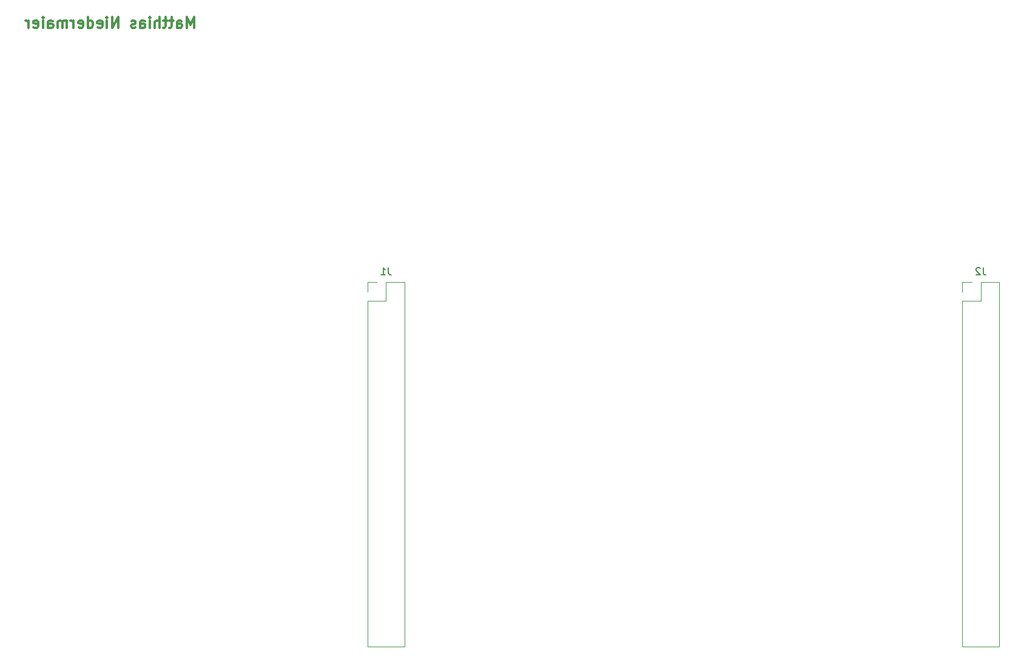
<source format=gbr>
G04 #@! TF.GenerationSoftware,KiCad,Pcbnew,5.0.2-bee76a0~70~ubuntu18.04.1*
G04 #@! TF.CreationDate,2019-05-15T21:37:27+02:00*
G04 #@! TF.ProjectId,networkScanner,6e657477-6f72-46b5-9363-616e6e65722e,rev?*
G04 #@! TF.SameCoordinates,Original*
G04 #@! TF.FileFunction,Legend,Bot*
G04 #@! TF.FilePolarity,Positive*
%FSLAX46Y46*%
G04 Gerber Fmt 4.6, Leading zero omitted, Abs format (unit mm)*
G04 Created by KiCad (PCBNEW 5.0.2-bee76a0~70~ubuntu18.04.1) date Mi 15 Mai 2019 21:37:27 CEST*
%MOMM*%
%LPD*%
G01*
G04 APERTURE LIST*
%ADD10C,0.300000*%
%ADD11C,0.120000*%
%ADD12C,0.150000*%
G04 APERTURE END LIST*
D10*
X84447857Y-58178571D02*
X84447857Y-56678571D01*
X83947857Y-57750000D01*
X83447857Y-56678571D01*
X83447857Y-58178571D01*
X82090714Y-58178571D02*
X82090714Y-57392857D01*
X82162142Y-57250000D01*
X82305000Y-57178571D01*
X82590714Y-57178571D01*
X82733571Y-57250000D01*
X82090714Y-58107142D02*
X82233571Y-58178571D01*
X82590714Y-58178571D01*
X82733571Y-58107142D01*
X82805000Y-57964285D01*
X82805000Y-57821428D01*
X82733571Y-57678571D01*
X82590714Y-57607142D01*
X82233571Y-57607142D01*
X82090714Y-57535714D01*
X81590714Y-57178571D02*
X81019285Y-57178571D01*
X81376428Y-56678571D02*
X81376428Y-57964285D01*
X81305000Y-58107142D01*
X81162142Y-58178571D01*
X81019285Y-58178571D01*
X80733571Y-57178571D02*
X80162142Y-57178571D01*
X80519285Y-56678571D02*
X80519285Y-57964285D01*
X80447857Y-58107142D01*
X80305000Y-58178571D01*
X80162142Y-58178571D01*
X79662142Y-58178571D02*
X79662142Y-56678571D01*
X79019285Y-58178571D02*
X79019285Y-57392857D01*
X79090714Y-57250000D01*
X79233571Y-57178571D01*
X79447857Y-57178571D01*
X79590714Y-57250000D01*
X79662142Y-57321428D01*
X78305000Y-58178571D02*
X78305000Y-57178571D01*
X78305000Y-56678571D02*
X78376428Y-56750000D01*
X78305000Y-56821428D01*
X78233571Y-56750000D01*
X78305000Y-56678571D01*
X78305000Y-56821428D01*
X76947857Y-58178571D02*
X76947857Y-57392857D01*
X77019285Y-57250000D01*
X77162142Y-57178571D01*
X77447857Y-57178571D01*
X77590714Y-57250000D01*
X76947857Y-58107142D02*
X77090714Y-58178571D01*
X77447857Y-58178571D01*
X77590714Y-58107142D01*
X77662142Y-57964285D01*
X77662142Y-57821428D01*
X77590714Y-57678571D01*
X77447857Y-57607142D01*
X77090714Y-57607142D01*
X76947857Y-57535714D01*
X76305000Y-58107142D02*
X76162142Y-58178571D01*
X75876428Y-58178571D01*
X75733571Y-58107142D01*
X75662142Y-57964285D01*
X75662142Y-57892857D01*
X75733571Y-57750000D01*
X75876428Y-57678571D01*
X76090714Y-57678571D01*
X76233571Y-57607142D01*
X76305000Y-57464285D01*
X76305000Y-57392857D01*
X76233571Y-57250000D01*
X76090714Y-57178571D01*
X75876428Y-57178571D01*
X75733571Y-57250000D01*
X73876428Y-58178571D02*
X73876428Y-56678571D01*
X73019285Y-58178571D01*
X73019285Y-56678571D01*
X72305000Y-58178571D02*
X72305000Y-57178571D01*
X72305000Y-56678571D02*
X72376428Y-56750000D01*
X72305000Y-56821428D01*
X72233571Y-56750000D01*
X72305000Y-56678571D01*
X72305000Y-56821428D01*
X71019285Y-58107142D02*
X71162142Y-58178571D01*
X71447857Y-58178571D01*
X71590714Y-58107142D01*
X71662142Y-57964285D01*
X71662142Y-57392857D01*
X71590714Y-57250000D01*
X71447857Y-57178571D01*
X71162142Y-57178571D01*
X71019285Y-57250000D01*
X70947857Y-57392857D01*
X70947857Y-57535714D01*
X71662142Y-57678571D01*
X69662142Y-58178571D02*
X69662142Y-56678571D01*
X69662142Y-58107142D02*
X69805000Y-58178571D01*
X70090714Y-58178571D01*
X70233571Y-58107142D01*
X70305000Y-58035714D01*
X70376428Y-57892857D01*
X70376428Y-57464285D01*
X70305000Y-57321428D01*
X70233571Y-57250000D01*
X70090714Y-57178571D01*
X69805000Y-57178571D01*
X69662142Y-57250000D01*
X68376428Y-58107142D02*
X68519285Y-58178571D01*
X68805000Y-58178571D01*
X68947857Y-58107142D01*
X69019285Y-57964285D01*
X69019285Y-57392857D01*
X68947857Y-57250000D01*
X68805000Y-57178571D01*
X68519285Y-57178571D01*
X68376428Y-57250000D01*
X68305000Y-57392857D01*
X68305000Y-57535714D01*
X69019285Y-57678571D01*
X67662142Y-58178571D02*
X67662142Y-57178571D01*
X67662142Y-57464285D02*
X67590714Y-57321428D01*
X67519285Y-57250000D01*
X67376428Y-57178571D01*
X67233571Y-57178571D01*
X66733571Y-58178571D02*
X66733571Y-57178571D01*
X66733571Y-57321428D02*
X66662142Y-57250000D01*
X66519285Y-57178571D01*
X66305000Y-57178571D01*
X66162142Y-57250000D01*
X66090714Y-57392857D01*
X66090714Y-58178571D01*
X66090714Y-57392857D02*
X66019285Y-57250000D01*
X65876428Y-57178571D01*
X65662142Y-57178571D01*
X65519285Y-57250000D01*
X65447857Y-57392857D01*
X65447857Y-58178571D01*
X64090714Y-58178571D02*
X64090714Y-57392857D01*
X64162142Y-57250000D01*
X64305000Y-57178571D01*
X64590714Y-57178571D01*
X64733571Y-57250000D01*
X64090714Y-58107142D02*
X64233571Y-58178571D01*
X64590714Y-58178571D01*
X64733571Y-58107142D01*
X64805000Y-57964285D01*
X64805000Y-57821428D01*
X64733571Y-57678571D01*
X64590714Y-57607142D01*
X64233571Y-57607142D01*
X64090714Y-57535714D01*
X63376428Y-58178571D02*
X63376428Y-57178571D01*
X63376428Y-56678571D02*
X63447857Y-56750000D01*
X63376428Y-56821428D01*
X63305000Y-56750000D01*
X63376428Y-56678571D01*
X63376428Y-56821428D01*
X62090714Y-58107142D02*
X62233571Y-58178571D01*
X62519285Y-58178571D01*
X62662142Y-58107142D01*
X62733571Y-57964285D01*
X62733571Y-57392857D01*
X62662142Y-57250000D01*
X62519285Y-57178571D01*
X62233571Y-57178571D01*
X62090714Y-57250000D01*
X62019285Y-57392857D01*
X62019285Y-57535714D01*
X62733571Y-57678571D01*
X61376428Y-58178571D02*
X61376428Y-57178571D01*
X61376428Y-57464285D02*
X61305000Y-57321428D01*
X61233571Y-57250000D01*
X61090714Y-57178571D01*
X60947857Y-57178571D01*
D11*
G04 #@! TO.C,J1*
X113870000Y-93670000D02*
X111270000Y-93670000D01*
X113870000Y-93670000D02*
X113870000Y-144590000D01*
X113870000Y-144590000D02*
X108670000Y-144590000D01*
X108670000Y-96270000D02*
X108670000Y-144590000D01*
X111270000Y-96270000D02*
X108670000Y-96270000D01*
X111270000Y-93670000D02*
X111270000Y-96270000D01*
X108670000Y-93670000D02*
X108670000Y-95000000D01*
X110000000Y-93670000D02*
X108670000Y-93670000D01*
G04 #@! TO.C,J2*
X193000000Y-93670000D02*
X191670000Y-93670000D01*
X191670000Y-93670000D02*
X191670000Y-95000000D01*
X194270000Y-93670000D02*
X194270000Y-96270000D01*
X194270000Y-96270000D02*
X191670000Y-96270000D01*
X191670000Y-96270000D02*
X191670000Y-144590000D01*
X196870000Y-144590000D02*
X191670000Y-144590000D01*
X196870000Y-93670000D02*
X196870000Y-144590000D01*
X196870000Y-93670000D02*
X194270000Y-93670000D01*
G04 #@! TO.C,J1*
D12*
X111603333Y-91682380D02*
X111603333Y-92396666D01*
X111650952Y-92539523D01*
X111746190Y-92634761D01*
X111889047Y-92682380D01*
X111984285Y-92682380D01*
X110603333Y-92682380D02*
X111174761Y-92682380D01*
X110889047Y-92682380D02*
X110889047Y-91682380D01*
X110984285Y-91825238D01*
X111079523Y-91920476D01*
X111174761Y-91968095D01*
G04 #@! TO.C,J2*
X194603333Y-91682380D02*
X194603333Y-92396666D01*
X194650952Y-92539523D01*
X194746190Y-92634761D01*
X194889047Y-92682380D01*
X194984285Y-92682380D01*
X194174761Y-91777619D02*
X194127142Y-91730000D01*
X194031904Y-91682380D01*
X193793809Y-91682380D01*
X193698571Y-91730000D01*
X193650952Y-91777619D01*
X193603333Y-91872857D01*
X193603333Y-91968095D01*
X193650952Y-92110952D01*
X194222380Y-92682380D01*
X193603333Y-92682380D01*
G04 #@! TD*
M02*

</source>
